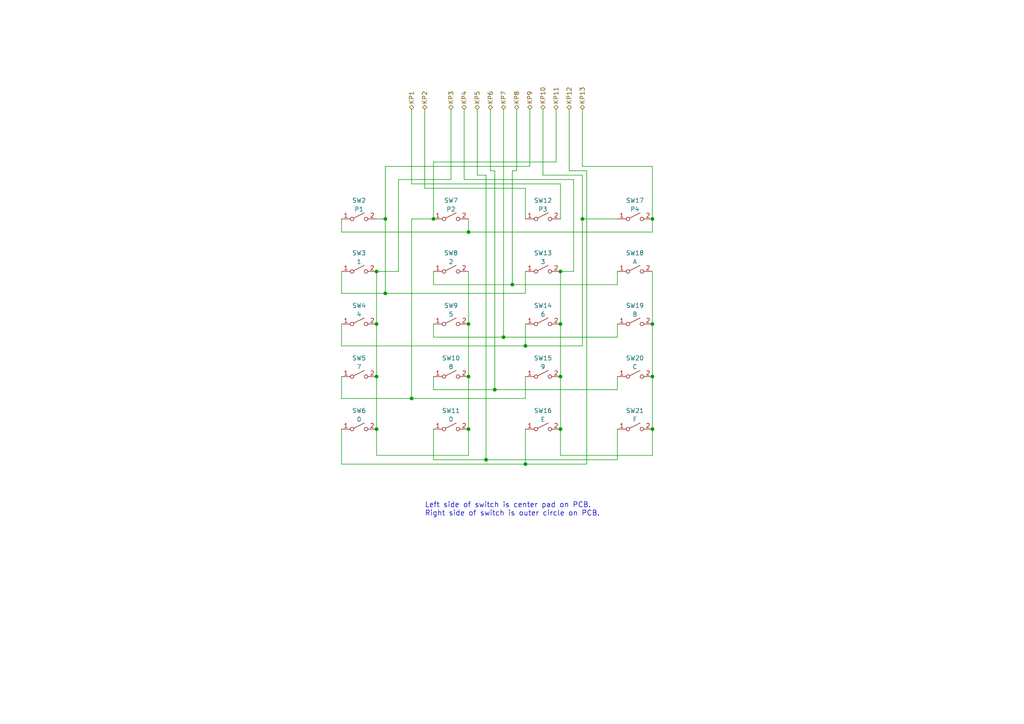
<source format=kicad_sch>
(kicad_sch (version 20211123) (generator eeschema)
  (paper "A4")
  (title_block (title "T.E.A.M.M.A.T.E. Keypad"))
  (lib_symbols
    (symbol "Switch:SW_SPST" (pin_names (offset 0) hide)
      (property "Reference" "SW" (at 0 3.175 0))
      (property "Value" "SW_SPST" (at 0 -2.54 0))
      (symbol "SW_SPST_0_0"
        (circle (center -2.032 0) (radius 0.508))
        (polyline (pts (xy -1.524 0.254) (xy 1.524 1.778)))
        (circle (center 2.032 0) (radius 0.508))
      )
      (symbol "SW_SPST_1_1"
        (pin passive line (at -5.08 0 0) (length 2.54) (name "A") (number "1"))
        (pin passive line (at 5.08 0 180) (length 2.54) (name "B") (number "2"))
      )
    )
  )
  (junction (at 148.59 82.55))
  (junction (at 189.23 93.98))
  (junction (at 189.23 63.5))
  (junction (at 111.76 63.5))
  (junction (at 135.89 67.31))
  (junction (at 119.38 115.57))
  (junction (at 111.76 85.09))
  (junction (at 135.89 109.22))
  (junction (at 109.22 124.46))
  (junction (at 109.22 93.98))
  (junction (at 146.05 97.79))
  (junction (at 152.4 100.33))
  (junction (at 109.22 109.22))
  (junction (at 109.22 78.74))
  (junction (at 189.23 124.46))
  (junction (at 135.89 93.98))
  (junction (at 140.97 133.35))
  (junction (at 162.56 93.98))
  (junction (at 152.4 134.62))
  (junction (at 162.56 109.22))
  (junction (at 168.91 63.5))
  (junction (at 125.73 63.5))
  (junction (at 143.51 113.03))
  (junction (at 189.23 109.22))
  (junction (at 162.56 124.46))
  (junction (at 135.89 124.46))
  (junction (at 162.56 78.74))
  (wire (pts (xy 149.86 49.53) (xy 148.59 49.53)))
  (wire (pts (xy 125.73 63.5) (xy 119.38 63.5)))
  (wire (pts (xy 148.59 49.53) (xy 148.59 82.55)))
  (wire (pts (xy 125.73 63.5) (xy 125.73 46.99)))
  (wire (pts (xy 189.23 93.98) (xy 189.23 109.22)))
  (wire (pts (xy 148.59 82.55) (xy 179.07 82.55)))
  (wire (pts (xy 109.22 109.22) (xy 109.22 124.46)))
  (wire (pts (xy 166.37 52.07) (xy 166.37 78.74)))
  (wire (pts (xy 99.06 78.74) (xy 99.06 85.09)))
  (wire (pts (xy 179.07 113.03) (xy 179.07 109.22)))
  (wire (pts (xy 153.67 48.26) (xy 153.67 31.75)))
  (wire (pts (xy 149.86 31.75) (xy 149.86 49.53)))
  (wire (pts (xy 125.73 109.22) (xy 125.73 113.03)))
  (wire (pts (xy 123.19 31.75) (xy 123.19 54.61)))
  (wire (pts (xy 109.22 93.98) (xy 109.22 109.22)))
  (wire (pts (xy 109.22 63.5) (xy 111.76 63.5)))
  (wire (pts (xy 179.07 82.55) (xy 179.07 78.74)))
  (wire (pts (xy 125.73 133.35) (xy 140.97 133.35)))
  (wire (pts (xy 125.73 93.98) (xy 125.73 97.79)))
  (wire (pts (xy 179.07 97.79) (xy 179.07 93.98)))
  (wire (pts (xy 109.22 124.46) (xy 109.22 132.08)))
  (wire (pts (xy 119.38 115.57) (xy 152.4 115.57)))
  (wire (pts (xy 135.89 67.31) (xy 135.89 63.5)))
  (wire (pts (xy 111.76 48.26) (xy 153.67 48.26)))
  (wire (pts (xy 99.06 67.31) (xy 135.89 67.31)))
  (wire (pts (xy 146.05 97.79) (xy 179.07 97.79)))
  (wire (pts (xy 99.06 63.5) (xy 99.06 67.31)))
  (wire (pts (xy 179.07 63.5) (xy 168.91 63.5)))
  (wire (pts (xy 162.56 109.22) (xy 162.56 124.46)))
  (wire (pts (xy 109.22 132.08) (xy 135.89 132.08)))
  (wire (pts (xy 166.37 78.74) (xy 162.56 78.74)))
  (wire (pts (xy 152.4 134.62) (xy 170.18 134.62)))
  (wire (pts (xy 125.73 97.79) (xy 146.05 97.79)))
  (wire (pts (xy 135.89 78.74) (xy 135.89 93.98)))
  (wire (pts (xy 142.24 31.75) (xy 142.24 49.53)))
  (wire (pts (xy 99.06 93.98) (xy 99.06 100.33)))
  (wire (pts (xy 189.23 78.74) (xy 189.23 93.98)))
  (wire (pts (xy 135.89 67.31) (xy 189.23 67.31)))
  (wire (pts (xy 189.23 63.5) (xy 189.23 48.26)))
  (wire (pts (xy 157.48 50.8) (xy 157.48 31.75)))
  (wire (pts (xy 143.51 113.03) (xy 179.07 113.03)))
  (wire (pts (xy 125.73 113.03) (xy 143.51 113.03)))
  (wire (pts (xy 134.62 52.07) (xy 166.37 52.07)))
  (wire (pts (xy 168.91 50.8) (xy 157.48 50.8)))
  (wire (pts (xy 138.43 31.75) (xy 138.43 50.8)))
  (wire (pts (xy 99.06 85.09) (xy 111.76 85.09)))
  (wire (pts (xy 152.4 54.61) (xy 152.4 63.5)))
  (wire (pts (xy 111.76 63.5) (xy 111.76 85.09)))
  (wire (pts (xy 189.23 48.26) (xy 168.91 48.26)))
  (wire (pts (xy 119.38 31.75) (xy 119.38 53.34)))
  (wire (pts (xy 189.23 109.22) (xy 189.23 124.46)))
  (wire (pts (xy 125.73 82.55) (xy 148.59 82.55)))
  (wire (pts (xy 125.73 78.74) (xy 125.73 82.55)))
  (wire (pts (xy 140.97 133.35) (xy 179.07 133.35)))
  (wire (pts (xy 135.89 132.08) (xy 135.89 124.46)))
  (wire (pts (xy 162.56 53.34) (xy 162.56 63.5)))
  (wire (pts (xy 135.89 93.98) (xy 135.89 109.22)))
  (wire (pts (xy 168.91 48.26) (xy 168.91 31.75)))
  (wire (pts (xy 146.05 31.75) (xy 146.05 97.79)))
  (wire (pts (xy 168.91 100.33) (xy 168.91 63.5)))
  (wire (pts (xy 115.57 52.07) (xy 115.57 78.74)))
  (wire (pts (xy 99.06 100.33) (xy 152.4 100.33)))
  (wire (pts (xy 152.4 85.09) (xy 152.4 78.74)))
  (wire (pts (xy 125.73 124.46) (xy 125.73 133.35)))
  (wire (pts (xy 123.19 54.61) (xy 152.4 54.61)))
  (wire (pts (xy 152.4 115.57) (xy 152.4 109.22)))
  (wire (pts (xy 119.38 53.34) (xy 162.56 53.34)))
  (wire (pts (xy 189.23 132.08) (xy 189.23 124.46)))
  (wire (pts (xy 130.81 31.75) (xy 130.81 52.07)))
  (wire (pts (xy 170.18 49.53) (xy 165.1 49.53)))
  (wire (pts (xy 111.76 85.09) (xy 152.4 85.09)))
  (wire (pts (xy 162.56 78.74) (xy 162.56 93.98)))
  (wire (pts (xy 143.51 49.53) (xy 143.51 113.03)))
  (wire (pts (xy 170.18 134.62) (xy 170.18 49.53)))
  (wire (pts (xy 99.06 109.22) (xy 99.06 115.57)))
  (wire (pts (xy 152.4 100.33) (xy 152.4 93.98)))
  (wire (pts (xy 99.06 115.57) (xy 119.38 115.57)))
  (wire (pts (xy 99.06 124.46) (xy 99.06 134.62)))
  (wire (pts (xy 119.38 63.5) (xy 119.38 115.57)))
  (wire (pts (xy 134.62 31.75) (xy 134.62 52.07)))
  (wire (pts (xy 109.22 78.74) (xy 109.22 93.98)))
  (wire (pts (xy 162.56 93.98) (xy 162.56 109.22)))
  (wire (pts (xy 189.23 67.31) (xy 189.23 63.5)))
  (wire (pts (xy 125.73 46.99) (xy 161.29 46.99)))
  (wire (pts (xy 152.4 134.62) (xy 152.4 124.46)))
  (wire (pts (xy 115.57 78.74) (xy 109.22 78.74)))
  (wire (pts (xy 168.91 63.5) (xy 168.91 50.8)))
  (wire (pts (xy 179.07 133.35) (xy 179.07 124.46)))
  (wire (pts (xy 162.56 124.46) (xy 162.56 132.08)))
  (wire (pts (xy 162.56 132.08) (xy 189.23 132.08)))
  (wire (pts (xy 161.29 46.99) (xy 161.29 31.75)))
  (wire (pts (xy 111.76 63.5) (xy 111.76 48.26)))
  (wire (pts (xy 152.4 100.33) (xy 168.91 100.33)))
  (wire (pts (xy 142.24 49.53) (xy 143.51 49.53)))
  (wire (pts (xy 135.89 109.22) (xy 135.89 124.46)))
  (wire (pts (xy 140.97 50.8) (xy 140.97 133.35)))
  (wire (pts (xy 99.06 134.62) (xy 152.4 134.62)))
  (wire (pts (xy 138.43 50.8) (xy 140.97 50.8)))
  (wire (pts (xy 130.81 52.07) (xy 115.57 52.07)))
  (wire (pts (xy 165.1 49.53) (xy 165.1 31.75)))
  (text "Left side of switch is center pad on PCB.\nRight side of switch is outer circle on PCB." (at 123.19 149.86 0) (effects (font (size 1.5 1.5)) (justify left bottom)))
  (hierarchical_label "KP2" (shape bidirectional) (at 123.19 31.75 90))
  (hierarchical_label "KP6" (shape bidirectional) (at 142.24 31.75 90))
  (hierarchical_label "KP9" (shape bidirectional) (at 153.67 31.75 90))
  (hierarchical_label "KP8" (shape bidirectional) (at 149.86 31.75 90))
  (hierarchical_label "KP1" (shape bidirectional) (at 119.38 31.75 90))
  (hierarchical_label "KP13" (shape bidirectional) (at 168.91 31.75 90))
  (hierarchical_label "KP12" (shape bidirectional) (at 165.1 31.75 90))
  (hierarchical_label "KP11" (shape bidirectional) (at 161.29 31.75 90))
  (hierarchical_label "KP5" (shape bidirectional) (at 138.43 31.75 90))
  (hierarchical_label "KP10" (shape bidirectional) (at 157.48 31.75 90))
  (hierarchical_label "KP3" (shape bidirectional) (at 130.81 31.75 90))
  (hierarchical_label "KP4" (shape bidirectional) (at 134.62 31.75 90))
  (hierarchical_label "KP7" (shape bidirectional) (at 146.05 31.75 90))
  (symbol (lib_id "Switch:SW_SPST") (at 130.81 78.74 0) (unit 1)
    (property "Reference" "SW8" (at 130.81 73.3892 0))
    (property "Value" "2" (at 130.81 75.9261 0))
  )
  (symbol (lib_id "Switch:SW_SPST") (at 184.15 109.22 0) (unit 1)
    (property "Reference" "SW20" (at 184.15 103.8692 0))
    (property "Value" "C" (at 184.15 106.4061 0))
  )
  (symbol (lib_id "Switch:SW_SPST") (at 130.81 93.98 0) (unit 1)
    (property "Reference" "SW9" (at 130.81 88.6292 0))
    (property "Value" "5" (at 130.81 91.1661 0))
  )
  (symbol (lib_id "Switch:SW_SPST") (at 104.14 93.98 0) (unit 1)
    (property "Reference" "SW4" (at 104.14 88.6292 0))
    (property "Value" "4" (at 104.14 91.1661 0))
  )
  (symbol (lib_id "Switch:SW_SPST") (at 157.48 63.5 0) (unit 1)
    (property "Reference" "SW12" (at 157.48 58.1492 0))
    (property "Value" "P3" (at 157.48 60.6861 0))
  )
  (symbol (lib_id "Switch:SW_SPST") (at 184.15 124.46 0) (unit 1)
    (property "Reference" "SW21" (at 184.15 119.1092 0))
    (property "Value" "F" (at 184.15 121.6461 0))
  )
  (symbol (lib_id "Switch:SW_SPST") (at 130.81 63.5 0) (unit 1)
    (property "Reference" "SW7" (at 130.81 58.1492 0))
    (property "Value" "P2" (at 130.81 60.6861 0))
  )
  (symbol (lib_id "Switch:SW_SPST") (at 157.48 93.98 0) (unit 1)
    (property "Reference" "SW14" (at 157.48 88.6292 0))
    (property "Value" "6" (at 157.48 91.1661 0))
  )
  (symbol (lib_id "Switch:SW_SPST") (at 184.15 93.98 0) (unit 1)
    (property "Reference" "SW19" (at 184.15 88.6292 0))
    (property "Value" "B" (at 184.15 91.1661 0))
  )
  (symbol (lib_id "Switch:SW_SPST") (at 130.81 124.46 0) (unit 1)
    (property "Reference" "SW11" (at 130.81 119.1092 0))
    (property "Value" "D" (at 130.81 121.6461 0))
  )
  (symbol (lib_id "Switch:SW_SPST") (at 104.14 78.74 0) (unit 1)
    (property "Reference" "SW3" (at 104.14 73.3892 0))
    (property "Value" "1" (at 104.14 75.9261 0))
  )
  (symbol (lib_id "Switch:SW_SPST") (at 184.15 63.5 0) (unit 1)
    (property "Reference" "SW17" (at 184.15 58.1492 0))
    (property "Value" "P4" (at 184.15 60.6861 0))
  )
  (symbol (lib_id "Switch:SW_SPST") (at 130.81 109.22 0) (unit 1)
    (property "Reference" "SW10" (at 130.81 103.8692 0))
    (property "Value" "8" (at 130.81 106.4061 0))
  )
  (symbol (lib_id "Switch:SW_SPST") (at 157.48 109.22 0) (unit 1)
    (property "Reference" "SW15" (at 157.48 103.8692 0))
    (property "Value" "9" (at 157.48 106.4061 0))
  )
  (symbol (lib_id "Switch:SW_SPST") (at 104.14 63.5 0) (unit 1)
    (property "Reference" "SW2" (at 104.14 58.1492 0))
    (property "Value" "P1" (at 104.14 60.6861 0))
  )
  (symbol (lib_id "Switch:SW_SPST") (at 104.14 124.46 0) (unit 1)
    (property "Reference" "SW6" (at 104.14 119.1092 0))
    (property "Value" "0" (at 104.14 121.6461 0))
  )
  (symbol (lib_id "Switch:SW_SPST") (at 184.15 78.74 0) (unit 1)
    (property "Reference" "SW18" (at 184.15 73.3892 0))
    (property "Value" "A" (at 184.15 75.9261 0))
  )
  (symbol (lib_id "Switch:SW_SPST") (at 157.48 124.46 0) (unit 1)
    (property "Reference" "SW16" (at 157.48 119.1092 0))
    (property "Value" "E" (at 157.48 121.6461 0))
  )
  (symbol (lib_id "Switch:SW_SPST") (at 157.48 78.74 0) (unit 1)
    (property "Reference" "SW13" (at 157.48 73.3892 0))
    (property "Value" "3" (at 157.48 75.9261 0))
  )
  (symbol (lib_id "Switch:SW_SPST") (at 104.14 109.22 0) (unit 1)
    (property "Reference" "SW5" (at 104.14 103.8692 0))
    (property "Value" "7" (at 104.14 106.4061 0))
  )
)
</source>
